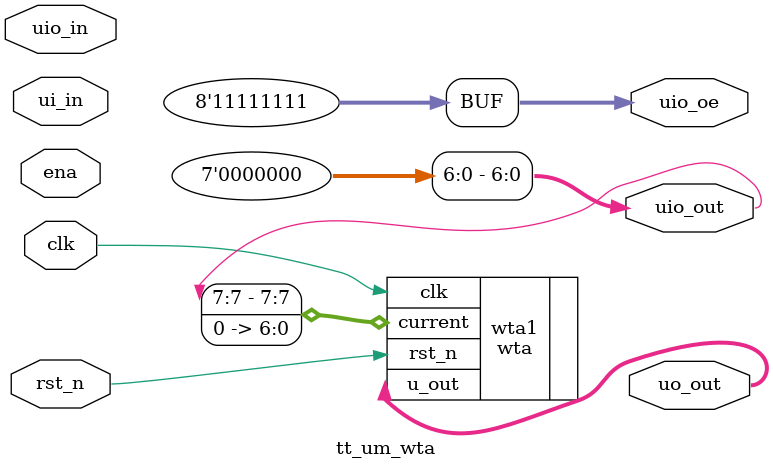
<source format=v>
`default_nettype none

module tt_um_wta (
    input  wire [7:0] ui_in,    // Dedicated inputs - connected to the input switches
    output wire [7:0] uo_out,   // Dedicated outputs - connected to the 7 segment display
    input  wire [7:0] uio_in,   // IOs: Bidirectional Input path
    output wire [7:0] uio_out,  // IOs: Bidirectional Output path
    output wire [7:0] uio_oe,   // IOs: Bidirectional Enable path (active high: 0=input, 1=output)
    input  wire       ena,      // will go high when the design is enabled
    input  wire       clk,      // clock
    input  wire       rst_n     // reset_n - low to reset
);


    // use bidirectionals as outputs
    assign uio_oe = 8'b11111111;
    assign uio_out[6:0] = 6'd0;

    // instantiate wta network
    wta wta1(.current(uio_out), .clk(clk), .rst_n(rst_n), .u_out(uo_out));

    // instantiate lif neuron
    //lif lif1(.current(ui_in), .clk(clk), .rst_n(rst_n), .spike(uio_out[7]), .state(uo_out));
    // lif lif2(.current({uio_out[7], 7'b0000000}), .clk(clk), .rst_n(rst_n), .spike(uio_out[6]), .state(uo_out));

endmodule
</source>
